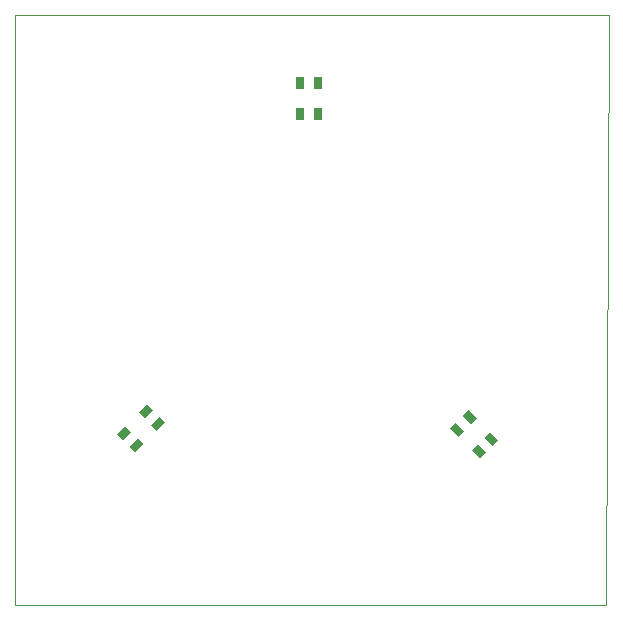
<source format=gbp>
G75*
%MOIN*%
%OFA0B0*%
%FSLAX24Y24*%
%IPPOS*%
%LPD*%
%AMOC8*
5,1,8,0,0,1.08239X$1,22.5*
%
%ADD10C,0.0000*%
%ADD11R,0.0276X0.0394*%
D10*
X000112Y000100D02*
X000100Y019777D01*
X019899Y019789D01*
X019797Y000100D01*
X000112Y000100D01*
D11*
G36*
X004200Y005665D02*
X004395Y005470D01*
X004118Y005193D01*
X003923Y005388D01*
X004200Y005665D01*
G37*
G36*
X003782Y006083D02*
X003977Y005888D01*
X003700Y005611D01*
X003505Y005806D01*
X003782Y006083D01*
G37*
G36*
X004506Y006807D02*
X004701Y006612D01*
X004424Y006335D01*
X004229Y006530D01*
X004506Y006807D01*
G37*
G36*
X004924Y006389D02*
X005119Y006194D01*
X004842Y005917D01*
X004647Y006112D01*
X004924Y006389D01*
G37*
G36*
X014605Y005994D02*
X014800Y006189D01*
X015077Y005912D01*
X014882Y005717D01*
X014605Y005994D01*
G37*
G36*
X015023Y006412D02*
X015218Y006607D01*
X015495Y006330D01*
X015300Y006135D01*
X015023Y006412D01*
G37*
G36*
X015747Y005688D02*
X015942Y005883D01*
X016219Y005606D01*
X016024Y005411D01*
X015747Y005688D01*
G37*
G36*
X015329Y005270D02*
X015524Y005465D01*
X015801Y005188D01*
X015606Y004993D01*
X015329Y005270D01*
G37*
X010207Y016488D03*
X009617Y016488D03*
X009617Y017512D03*
X010207Y017512D03*
M02*

</source>
